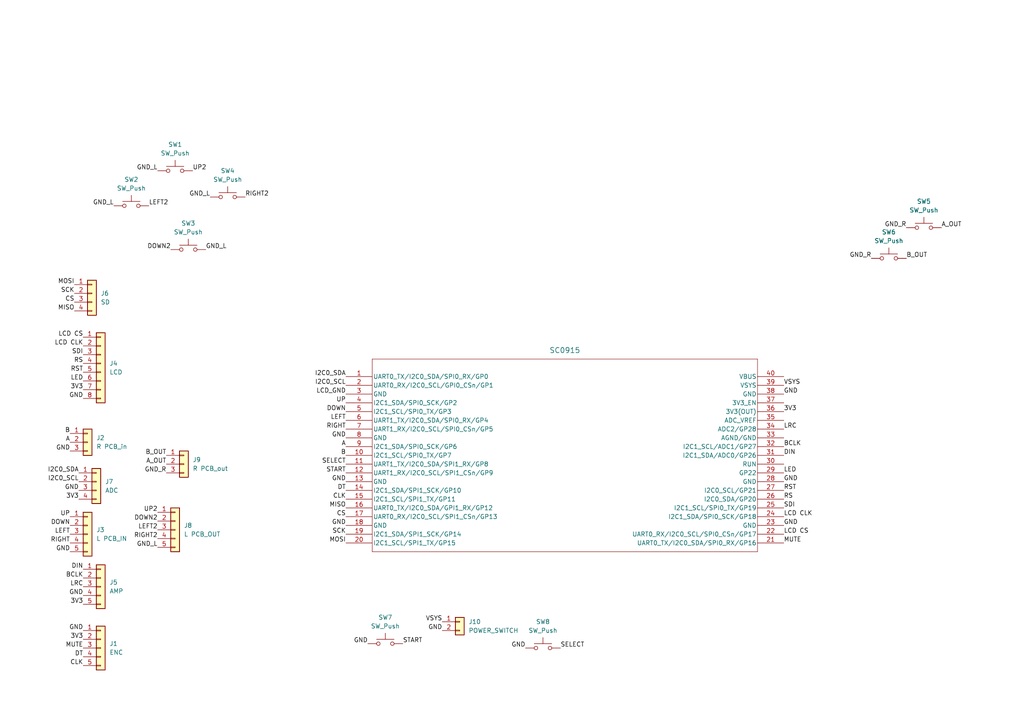
<source format=kicad_sch>
(kicad_sch
	(version 20250114)
	(generator "eeschema")
	(generator_version "9.0")
	(uuid "2ab9a999-8f76-47bd-af46-b5771d6e7960")
	(paper "A4")
	(lib_symbols
		(symbol "Connector_Generic:Conn_01x02"
			(pin_names
				(offset 1.016)
				(hide yes)
			)
			(exclude_from_sim no)
			(in_bom yes)
			(on_board yes)
			(property "Reference" "J"
				(at 0 2.54 0)
				(effects
					(font
						(size 1.27 1.27)
					)
				)
			)
			(property "Value" "Conn_01x02"
				(at 0 -5.08 0)
				(effects
					(font
						(size 1.27 1.27)
					)
				)
			)
			(property "Footprint" ""
				(at 0 0 0)
				(effects
					(font
						(size 1.27 1.27)
					)
					(hide yes)
				)
			)
			(property "Datasheet" "~"
				(at 0 0 0)
				(effects
					(font
						(size 1.27 1.27)
					)
					(hide yes)
				)
			)
			(property "Description" "Generic connector, single row, 01x02, script generated (kicad-library-utils/schlib/autogen/connector/)"
				(at 0 0 0)
				(effects
					(font
						(size 1.27 1.27)
					)
					(hide yes)
				)
			)
			(property "ki_keywords" "connector"
				(at 0 0 0)
				(effects
					(font
						(size 1.27 1.27)
					)
					(hide yes)
				)
			)
			(property "ki_fp_filters" "Connector*:*_1x??_*"
				(at 0 0 0)
				(effects
					(font
						(size 1.27 1.27)
					)
					(hide yes)
				)
			)
			(symbol "Conn_01x02_1_1"
				(rectangle
					(start -1.27 1.27)
					(end 1.27 -3.81)
					(stroke
						(width 0.254)
						(type default)
					)
					(fill
						(type background)
					)
				)
				(rectangle
					(start -1.27 0.127)
					(end 0 -0.127)
					(stroke
						(width 0.1524)
						(type default)
					)
					(fill
						(type none)
					)
				)
				(rectangle
					(start -1.27 -2.413)
					(end 0 -2.667)
					(stroke
						(width 0.1524)
						(type default)
					)
					(fill
						(type none)
					)
				)
				(pin passive line
					(at -5.08 0 0)
					(length 3.81)
					(name "Pin_1"
						(effects
							(font
								(size 1.27 1.27)
							)
						)
					)
					(number "1"
						(effects
							(font
								(size 1.27 1.27)
							)
						)
					)
				)
				(pin passive line
					(at -5.08 -2.54 0)
					(length 3.81)
					(name "Pin_2"
						(effects
							(font
								(size 1.27 1.27)
							)
						)
					)
					(number "2"
						(effects
							(font
								(size 1.27 1.27)
							)
						)
					)
				)
			)
			(embedded_fonts no)
		)
		(symbol "Connector_Generic:Conn_01x03"
			(pin_names
				(offset 1.016)
				(hide yes)
			)
			(exclude_from_sim no)
			(in_bom yes)
			(on_board yes)
			(property "Reference" "J"
				(at 0 5.08 0)
				(effects
					(font
						(size 1.27 1.27)
					)
				)
			)
			(property "Value" "Conn_01x03"
				(at 0 -5.08 0)
				(effects
					(font
						(size 1.27 1.27)
					)
				)
			)
			(property "Footprint" ""
				(at 0 0 0)
				(effects
					(font
						(size 1.27 1.27)
					)
					(hide yes)
				)
			)
			(property "Datasheet" "~"
				(at 0 0 0)
				(effects
					(font
						(size 1.27 1.27)
					)
					(hide yes)
				)
			)
			(property "Description" "Generic connector, single row, 01x03, script generated (kicad-library-utils/schlib/autogen/connector/)"
				(at 0 0 0)
				(effects
					(font
						(size 1.27 1.27)
					)
					(hide yes)
				)
			)
			(property "ki_keywords" "connector"
				(at 0 0 0)
				(effects
					(font
						(size 1.27 1.27)
					)
					(hide yes)
				)
			)
			(property "ki_fp_filters" "Connector*:*_1x??_*"
				(at 0 0 0)
				(effects
					(font
						(size 1.27 1.27)
					)
					(hide yes)
				)
			)
			(symbol "Conn_01x03_1_1"
				(rectangle
					(start -1.27 3.81)
					(end 1.27 -3.81)
					(stroke
						(width 0.254)
						(type default)
					)
					(fill
						(type background)
					)
				)
				(rectangle
					(start -1.27 2.667)
					(end 0 2.413)
					(stroke
						(width 0.1524)
						(type default)
					)
					(fill
						(type none)
					)
				)
				(rectangle
					(start -1.27 0.127)
					(end 0 -0.127)
					(stroke
						(width 0.1524)
						(type default)
					)
					(fill
						(type none)
					)
				)
				(rectangle
					(start -1.27 -2.413)
					(end 0 -2.667)
					(stroke
						(width 0.1524)
						(type default)
					)
					(fill
						(type none)
					)
				)
				(pin passive line
					(at -5.08 2.54 0)
					(length 3.81)
					(name "Pin_1"
						(effects
							(font
								(size 1.27 1.27)
							)
						)
					)
					(number "1"
						(effects
							(font
								(size 1.27 1.27)
							)
						)
					)
				)
				(pin passive line
					(at -5.08 0 0)
					(length 3.81)
					(name "Pin_2"
						(effects
							(font
								(size 1.27 1.27)
							)
						)
					)
					(number "2"
						(effects
							(font
								(size 1.27 1.27)
							)
						)
					)
				)
				(pin passive line
					(at -5.08 -2.54 0)
					(length 3.81)
					(name "Pin_3"
						(effects
							(font
								(size 1.27 1.27)
							)
						)
					)
					(number "3"
						(effects
							(font
								(size 1.27 1.27)
							)
						)
					)
				)
			)
			(embedded_fonts no)
		)
		(symbol "Connector_Generic:Conn_01x04"
			(pin_names
				(offset 1.016)
				(hide yes)
			)
			(exclude_from_sim no)
			(in_bom yes)
			(on_board yes)
			(property "Reference" "J"
				(at 0 5.08 0)
				(effects
					(font
						(size 1.27 1.27)
					)
				)
			)
			(property "Value" "Conn_01x04"
				(at 0 -7.62 0)
				(effects
					(font
						(size 1.27 1.27)
					)
				)
			)
			(property "Footprint" ""
				(at 0 0 0)
				(effects
					(font
						(size 1.27 1.27)
					)
					(hide yes)
				)
			)
			(property "Datasheet" "~"
				(at 0 0 0)
				(effects
					(font
						(size 1.27 1.27)
					)
					(hide yes)
				)
			)
			(property "Description" "Generic connector, single row, 01x04, script generated (kicad-library-utils/schlib/autogen/connector/)"
				(at 0 0 0)
				(effects
					(font
						(size 1.27 1.27)
					)
					(hide yes)
				)
			)
			(property "ki_keywords" "connector"
				(at 0 0 0)
				(effects
					(font
						(size 1.27 1.27)
					)
					(hide yes)
				)
			)
			(property "ki_fp_filters" "Connector*:*_1x??_*"
				(at 0 0 0)
				(effects
					(font
						(size 1.27 1.27)
					)
					(hide yes)
				)
			)
			(symbol "Conn_01x04_1_1"
				(rectangle
					(start -1.27 3.81)
					(end 1.27 -6.35)
					(stroke
						(width 0.254)
						(type default)
					)
					(fill
						(type background)
					)
				)
				(rectangle
					(start -1.27 2.667)
					(end 0 2.413)
					(stroke
						(width 0.1524)
						(type default)
					)
					(fill
						(type none)
					)
				)
				(rectangle
					(start -1.27 0.127)
					(end 0 -0.127)
					(stroke
						(width 0.1524)
						(type default)
					)
					(fill
						(type none)
					)
				)
				(rectangle
					(start -1.27 -2.413)
					(end 0 -2.667)
					(stroke
						(width 0.1524)
						(type default)
					)
					(fill
						(type none)
					)
				)
				(rectangle
					(start -1.27 -4.953)
					(end 0 -5.207)
					(stroke
						(width 0.1524)
						(type default)
					)
					(fill
						(type none)
					)
				)
				(pin passive line
					(at -5.08 2.54 0)
					(length 3.81)
					(name "Pin_1"
						(effects
							(font
								(size 1.27 1.27)
							)
						)
					)
					(number "1"
						(effects
							(font
								(size 1.27 1.27)
							)
						)
					)
				)
				(pin passive line
					(at -5.08 0 0)
					(length 3.81)
					(name "Pin_2"
						(effects
							(font
								(size 1.27 1.27)
							)
						)
					)
					(number "2"
						(effects
							(font
								(size 1.27 1.27)
							)
						)
					)
				)
				(pin passive line
					(at -5.08 -2.54 0)
					(length 3.81)
					(name "Pin_3"
						(effects
							(font
								(size 1.27 1.27)
							)
						)
					)
					(number "3"
						(effects
							(font
								(size 1.27 1.27)
							)
						)
					)
				)
				(pin passive line
					(at -5.08 -5.08 0)
					(length 3.81)
					(name "Pin_4"
						(effects
							(font
								(size 1.27 1.27)
							)
						)
					)
					(number "4"
						(effects
							(font
								(size 1.27 1.27)
							)
						)
					)
				)
			)
			(embedded_fonts no)
		)
		(symbol "Connector_Generic:Conn_01x05"
			(pin_names
				(offset 1.016)
				(hide yes)
			)
			(exclude_from_sim no)
			(in_bom yes)
			(on_board yes)
			(property "Reference" "J"
				(at 0 7.62 0)
				(effects
					(font
						(size 1.27 1.27)
					)
				)
			)
			(property "Value" "Conn_01x05"
				(at 0 -7.62 0)
				(effects
					(font
						(size 1.27 1.27)
					)
				)
			)
			(property "Footprint" ""
				(at 0 0 0)
				(effects
					(font
						(size 1.27 1.27)
					)
					(hide yes)
				)
			)
			(property "Datasheet" "~"
				(at 0 0 0)
				(effects
					(font
						(size 1.27 1.27)
					)
					(hide yes)
				)
			)
			(property "Description" "Generic connector, single row, 01x05, script generated (kicad-library-utils/schlib/autogen/connector/)"
				(at 0 0 0)
				(effects
					(font
						(size 1.27 1.27)
					)
					(hide yes)
				)
			)
			(property "ki_keywords" "connector"
				(at 0 0 0)
				(effects
					(font
						(size 1.27 1.27)
					)
					(hide yes)
				)
			)
			(property "ki_fp_filters" "Connector*:*_1x??_*"
				(at 0 0 0)
				(effects
					(font
						(size 1.27 1.27)
					)
					(hide yes)
				)
			)
			(symbol "Conn_01x05_1_1"
				(rectangle
					(start -1.27 6.35)
					(end 1.27 -6.35)
					(stroke
						(width 0.254)
						(type default)
					)
					(fill
						(type background)
					)
				)
				(rectangle
					(start -1.27 5.207)
					(end 0 4.953)
					(stroke
						(width 0.1524)
						(type default)
					)
					(fill
						(type none)
					)
				)
				(rectangle
					(start -1.27 2.667)
					(end 0 2.413)
					(stroke
						(width 0.1524)
						(type default)
					)
					(fill
						(type none)
					)
				)
				(rectangle
					(start -1.27 0.127)
					(end 0 -0.127)
					(stroke
						(width 0.1524)
						(type default)
					)
					(fill
						(type none)
					)
				)
				(rectangle
					(start -1.27 -2.413)
					(end 0 -2.667)
					(stroke
						(width 0.1524)
						(type default)
					)
					(fill
						(type none)
					)
				)
				(rectangle
					(start -1.27 -4.953)
					(end 0 -5.207)
					(stroke
						(width 0.1524)
						(type default)
					)
					(fill
						(type none)
					)
				)
				(pin passive line
					(at -5.08 5.08 0)
					(length 3.81)
					(name "Pin_1"
						(effects
							(font
								(size 1.27 1.27)
							)
						)
					)
					(number "1"
						(effects
							(font
								(size 1.27 1.27)
							)
						)
					)
				)
				(pin passive line
					(at -5.08 2.54 0)
					(length 3.81)
					(name "Pin_2"
						(effects
							(font
								(size 1.27 1.27)
							)
						)
					)
					(number "2"
						(effects
							(font
								(size 1.27 1.27)
							)
						)
					)
				)
				(pin passive line
					(at -5.08 0 0)
					(length 3.81)
					(name "Pin_3"
						(effects
							(font
								(size 1.27 1.27)
							)
						)
					)
					(number "3"
						(effects
							(font
								(size 1.27 1.27)
							)
						)
					)
				)
				(pin passive line
					(at -5.08 -2.54 0)
					(length 3.81)
					(name "Pin_4"
						(effects
							(font
								(size 1.27 1.27)
							)
						)
					)
					(number "4"
						(effects
							(font
								(size 1.27 1.27)
							)
						)
					)
				)
				(pin passive line
					(at -5.08 -5.08 0)
					(length 3.81)
					(name "Pin_5"
						(effects
							(font
								(size 1.27 1.27)
							)
						)
					)
					(number "5"
						(effects
							(font
								(size 1.27 1.27)
							)
						)
					)
				)
			)
			(embedded_fonts no)
		)
		(symbol "Connector_Generic:Conn_01x08"
			(pin_names
				(offset 1.016)
				(hide yes)
			)
			(exclude_from_sim no)
			(in_bom yes)
			(on_board yes)
			(property "Reference" "J"
				(at 0 10.16 0)
				(effects
					(font
						(size 1.27 1.27)
					)
				)
			)
			(property "Value" "Conn_01x08"
				(at 0 -12.7 0)
				(effects
					(font
						(size 1.27 1.27)
					)
				)
			)
			(property "Footprint" ""
				(at 0 0 0)
				(effects
					(font
						(size 1.27 1.27)
					)
					(hide yes)
				)
			)
			(property "Datasheet" "~"
				(at 0 0 0)
				(effects
					(font
						(size 1.27 1.27)
					)
					(hide yes)
				)
			)
			(property "Description" "Generic connector, single row, 01x08, script generated (kicad-library-utils/schlib/autogen/connector/)"
				(at 0 0 0)
				(effects
					(font
						(size 1.27 1.27)
					)
					(hide yes)
				)
			)
			(property "ki_keywords" "connector"
				(at 0 0 0)
				(effects
					(font
						(size 1.27 1.27)
					)
					(hide yes)
				)
			)
			(property "ki_fp_filters" "Connector*:*_1x??_*"
				(at 0 0 0)
				(effects
					(font
						(size 1.27 1.27)
					)
					(hide yes)
				)
			)
			(symbol "Conn_01x08_1_1"
				(rectangle
					(start -1.27 8.89)
					(end 1.27 -11.43)
					(stroke
						(width 0.254)
						(type default)
					)
					(fill
						(type background)
					)
				)
				(rectangle
					(start -1.27 7.747)
					(end 0 7.493)
					(stroke
						(width 0.1524)
						(type default)
					)
					(fill
						(type none)
					)
				)
				(rectangle
					(start -1.27 5.207)
					(end 0 4.953)
					(stroke
						(width 0.1524)
						(type default)
					)
					(fill
						(type none)
					)
				)
				(rectangle
					(start -1.27 2.667)
					(end 0 2.413)
					(stroke
						(width 0.1524)
						(type default)
					)
					(fill
						(type none)
					)
				)
				(rectangle
					(start -1.27 0.127)
					(end 0 -0.127)
					(stroke
						(width 0.1524)
						(type default)
					)
					(fill
						(type none)
					)
				)
				(rectangle
					(start -1.27 -2.413)
					(end 0 -2.667)
					(stroke
						(width 0.1524)
						(type default)
					)
					(fill
						(type none)
					)
				)
				(rectangle
					(start -1.27 -4.953)
					(end 0 -5.207)
					(stroke
						(width 0.1524)
						(type default)
					)
					(fill
						(type none)
					)
				)
				(rectangle
					(start -1.27 -7.493)
					(end 0 -7.747)
					(stroke
						(width 0.1524)
						(type default)
					)
					(fill
						(type none)
					)
				)
				(rectangle
					(start -1.27 -10.033)
					(end 0 -10.287)
					(stroke
						(width 0.1524)
						(type default)
					)
					(fill
						(type none)
					)
				)
				(pin passive line
					(at -5.08 7.62 0)
					(length 3.81)
					(name "Pin_1"
						(effects
							(font
								(size 1.27 1.27)
							)
						)
					)
					(number "1"
						(effects
							(font
								(size 1.27 1.27)
							)
						)
					)
				)
				(pin passive line
					(at -5.08 5.08 0)
					(length 3.81)
					(name "Pin_2"
						(effects
							(font
								(size 1.27 1.27)
							)
						)
					)
					(number "2"
						(effects
							(font
								(size 1.27 1.27)
							)
						)
					)
				)
				(pin passive line
					(at -5.08 2.54 0)
					(length 3.81)
					(name "Pin_3"
						(effects
							(font
								(size 1.27 1.27)
							)
						)
					)
					(number "3"
						(effects
							(font
								(size 1.27 1.27)
							)
						)
					)
				)
				(pin passive line
					(at -5.08 0 0)
					(length 3.81)
					(name "Pin_4"
						(effects
							(font
								(size 1.27 1.27)
							)
						)
					)
					(number "4"
						(effects
							(font
								(size 1.27 1.27)
							)
						)
					)
				)
				(pin passive line
					(at -5.08 -2.54 0)
					(length 3.81)
					(name "Pin_5"
						(effects
							(font
								(size 1.27 1.27)
							)
						)
					)
					(number "5"
						(effects
							(font
								(size 1.27 1.27)
							)
						)
					)
				)
				(pin passive line
					(at -5.08 -5.08 0)
					(length 3.81)
					(name "Pin_6"
						(effects
							(font
								(size 1.27 1.27)
							)
						)
					)
					(number "6"
						(effects
							(font
								(size 1.27 1.27)
							)
						)
					)
				)
				(pin passive line
					(at -5.08 -7.62 0)
					(length 3.81)
					(name "Pin_7"
						(effects
							(font
								(size 1.27 1.27)
							)
						)
					)
					(number "7"
						(effects
							(font
								(size 1.27 1.27)
							)
						)
					)
				)
				(pin passive line
					(at -5.08 -10.16 0)
					(length 3.81)
					(name "Pin_8"
						(effects
							(font
								(size 1.27 1.27)
							)
						)
					)
					(number "8"
						(effects
							(font
								(size 1.27 1.27)
							)
						)
					)
				)
			)
			(embedded_fonts no)
		)
		(symbol "New_Library:Pico_THT"
			(pin_names
				(offset 0.254)
			)
			(exclude_from_sim no)
			(in_bom yes)
			(on_board yes)
			(property "Reference" "U"
				(at 63.5 10.16 0)
				(effects
					(font
						(size 1.524 1.524)
					)
				)
			)
			(property "Value" "SC0915"
				(at 63.5 7.62 0)
				(effects
					(font
						(size 1.524 1.524)
					)
				)
			)
			(property "Footprint" "SC0915_RPI"
				(at 0 0 0)
				(effects
					(font
						(size 1.27 1.27)
						(italic yes)
					)
					(hide yes)
				)
			)
			(property "Datasheet" "SC0915"
				(at 0 0 0)
				(effects
					(font
						(size 1.27 1.27)
						(italic yes)
					)
					(hide yes)
				)
			)
			(property "Description" ""
				(at 0 0 0)
				(effects
					(font
						(size 1.27 1.27)
					)
					(hide yes)
				)
			)
			(property "ki_locked" ""
				(at 0 0 0)
				(effects
					(font
						(size 1.27 1.27)
					)
				)
			)
			(property "ki_keywords" "SC0915"
				(at 0 0 0)
				(effects
					(font
						(size 1.27 1.27)
					)
					(hide yes)
				)
			)
			(property "ki_fp_filters" "SC0915_RPI"
				(at 0 0 0)
				(effects
					(font
						(size 1.27 1.27)
					)
					(hide yes)
				)
			)
			(symbol "Pico_THT_0_1"
				(polyline
					(pts
						(xy 7.62 5.08) (xy 7.62 -50.8)
					)
					(stroke
						(width 0.127)
						(type default)
					)
					(fill
						(type none)
					)
				)
				(polyline
					(pts
						(xy 7.62 -50.8) (xy 119.38 -50.8)
					)
					(stroke
						(width 0.127)
						(type default)
					)
					(fill
						(type none)
					)
				)
				(polyline
					(pts
						(xy 119.38 5.08) (xy 7.62 5.08)
					)
					(stroke
						(width 0.127)
						(type default)
					)
					(fill
						(type none)
					)
				)
				(polyline
					(pts
						(xy 119.38 5.08) (xy 119.38 -50.8)
					)
					(stroke
						(width 0.127)
						(type default)
					)
					(fill
						(type none)
					)
				)
				(pin bidirectional line
					(at 0 0 0)
					(length 7.62)
					(name "UART0_TX/I2C0_SDA/SPI0_RX/GP0"
						(effects
							(font
								(size 1.27 1.27)
							)
						)
					)
					(number "1"
						(effects
							(font
								(size 1.27 1.27)
							)
						)
					)
				)
				(pin bidirectional line
					(at 0 -2.54 0)
					(length 7.62)
					(name "UART0_RX/I2C0_SCL/GPI0_CSn/GP1"
						(effects
							(font
								(size 1.27 1.27)
							)
						)
					)
					(number "2"
						(effects
							(font
								(size 1.27 1.27)
							)
						)
					)
				)
				(pin power_out line
					(at 0 -5.08 0)
					(length 7.62)
					(name "GND"
						(effects
							(font
								(size 1.27 1.27)
							)
						)
					)
					(number "3"
						(effects
							(font
								(size 1.27 1.27)
							)
						)
					)
				)
				(pin bidirectional line
					(at 0 -7.62 0)
					(length 7.62)
					(name "I2C1_SDA/SPI0_SCK/GP2"
						(effects
							(font
								(size 1.27 1.27)
							)
						)
					)
					(number "4"
						(effects
							(font
								(size 1.27 1.27)
							)
						)
					)
				)
				(pin bidirectional line
					(at 0 -10.16 0)
					(length 7.62)
					(name "I2C1_SCL/SPI0_TX/GP3"
						(effects
							(font
								(size 1.27 1.27)
							)
						)
					)
					(number "5"
						(effects
							(font
								(size 1.27 1.27)
							)
						)
					)
				)
				(pin bidirectional line
					(at 0 -12.7 0)
					(length 7.62)
					(name "UART1_TX/I2C0_SDA/SPI0_RX/GP4"
						(effects
							(font
								(size 1.27 1.27)
							)
						)
					)
					(number "6"
						(effects
							(font
								(size 1.27 1.27)
							)
						)
					)
				)
				(pin bidirectional line
					(at 0 -15.24 0)
					(length 7.62)
					(name "UART1_RX/I2C0_SCL/SPI0_CSn/GP5"
						(effects
							(font
								(size 1.27 1.27)
							)
						)
					)
					(number "7"
						(effects
							(font
								(size 1.27 1.27)
							)
						)
					)
				)
				(pin power_out line
					(at 0 -17.78 0)
					(length 7.62)
					(name "GND"
						(effects
							(font
								(size 1.27 1.27)
							)
						)
					)
					(number "8"
						(effects
							(font
								(size 1.27 1.27)
							)
						)
					)
				)
				(pin bidirectional line
					(at 0 -20.32 0)
					(length 7.62)
					(name "I2C1_SDA/SPI0_SCK/GP6"
						(effects
							(font
								(size 1.27 1.27)
							)
						)
					)
					(number "9"
						(effects
							(font
								(size 1.27 1.27)
							)
						)
					)
				)
				(pin bidirectional line
					(at 0 -22.86 0)
					(length 7.62)
					(name "I2C1_SCL/SPI0_TX/GP7"
						(effects
							(font
								(size 1.27 1.27)
							)
						)
					)
					(number "10"
						(effects
							(font
								(size 1.27 1.27)
							)
						)
					)
				)
				(pin bidirectional line
					(at 0 -25.4 0)
					(length 7.62)
					(name "UART1_TX/I2C0_SDA/SPI1_RX/GP8"
						(effects
							(font
								(size 1.27 1.27)
							)
						)
					)
					(number "11"
						(effects
							(font
								(size 1.27 1.27)
							)
						)
					)
				)
				(pin bidirectional line
					(at 0 -27.94 0)
					(length 7.62)
					(name "UART1_RX/I2C0_SCL/SPI1_CSn/GP9"
						(effects
							(font
								(size 1.27 1.27)
							)
						)
					)
					(number "12"
						(effects
							(font
								(size 1.27 1.27)
							)
						)
					)
				)
				(pin power_out line
					(at 0 -30.48 0)
					(length 7.62)
					(name "GND"
						(effects
							(font
								(size 1.27 1.27)
							)
						)
					)
					(number "13"
						(effects
							(font
								(size 1.27 1.27)
							)
						)
					)
				)
				(pin bidirectional line
					(at 0 -33.02 0)
					(length 7.62)
					(name "I2C1_SDA/SPI1_SCK/GP10"
						(effects
							(font
								(size 1.27 1.27)
							)
						)
					)
					(number "14"
						(effects
							(font
								(size 1.27 1.27)
							)
						)
					)
				)
				(pin bidirectional line
					(at 0 -35.56 0)
					(length 7.62)
					(name "I2C1_SCL/SPI1_TX/GP11"
						(effects
							(font
								(size 1.27 1.27)
							)
						)
					)
					(number "15"
						(effects
							(font
								(size 1.27 1.27)
							)
						)
					)
				)
				(pin bidirectional line
					(at 0 -38.1 0)
					(length 7.62)
					(name "UART0_TX/I2C0_SDA/GPI1_RX/GP12"
						(effects
							(font
								(size 1.27 1.27)
							)
						)
					)
					(number "16"
						(effects
							(font
								(size 1.27 1.27)
							)
						)
					)
				)
				(pin bidirectional line
					(at 0 -40.64 0)
					(length 7.62)
					(name "UART0_RX/I2C0_SCL/SPI1_CSn/GP13"
						(effects
							(font
								(size 1.27 1.27)
							)
						)
					)
					(number "17"
						(effects
							(font
								(size 1.27 1.27)
							)
						)
					)
				)
				(pin power_out line
					(at 0 -43.18 0)
					(length 7.62)
					(name "GND"
						(effects
							(font
								(size 1.27 1.27)
							)
						)
					)
					(number "18"
						(effects
							(font
								(size 1.27 1.27)
							)
						)
					)
				)
				(pin bidirectional line
					(at 0 -45.72 0)
					(length 7.62)
					(name "I2C1_SDA/SPI1_SCK/GP14"
						(effects
							(font
								(size 1.27 1.27)
							)
						)
					)
					(number "19"
						(effects
							(font
								(size 1.27 1.27)
							)
						)
					)
				)
				(pin bidirectional line
					(at 0 -48.26 0)
					(length 7.62)
					(name "I2C1_SCL/SPI1_TX/GP15"
						(effects
							(font
								(size 1.27 1.27)
							)
						)
					)
					(number "20"
						(effects
							(font
								(size 1.27 1.27)
							)
						)
					)
				)
				(pin power_in line
					(at 127 0 180)
					(length 7.62)
					(name "VBUS"
						(effects
							(font
								(size 1.27 1.27)
							)
						)
					)
					(number "40"
						(effects
							(font
								(size 1.27 1.27)
							)
						)
					)
				)
				(pin power_in line
					(at 127 -2.54 180)
					(length 7.62)
					(name "VSYS"
						(effects
							(font
								(size 1.27 1.27)
							)
						)
					)
					(number "39"
						(effects
							(font
								(size 1.27 1.27)
							)
						)
					)
				)
				(pin power_out line
					(at 127 -5.08 180)
					(length 7.62)
					(name "GND"
						(effects
							(font
								(size 1.27 1.27)
							)
						)
					)
					(number "38"
						(effects
							(font
								(size 1.27 1.27)
							)
						)
					)
				)
				(pin power_in line
					(at 127 -7.62 180)
					(length 7.62)
					(name "3V3_EN"
						(effects
							(font
								(size 1.27 1.27)
							)
						)
					)
					(number "37"
						(effects
							(font
								(size 1.27 1.27)
							)
						)
					)
				)
				(pin output line
					(at 127 -10.16 180)
					(length 7.62)
					(name "3V3(OUT)"
						(effects
							(font
								(size 1.27 1.27)
							)
						)
					)
					(number "36"
						(effects
							(font
								(size 1.27 1.27)
							)
						)
					)
				)
				(pin power_in line
					(at 127 -12.7 180)
					(length 7.62)
					(name "ADC_VREF"
						(effects
							(font
								(size 1.27 1.27)
							)
						)
					)
					(number "35"
						(effects
							(font
								(size 1.27 1.27)
							)
						)
					)
				)
				(pin bidirectional line
					(at 127 -15.24 180)
					(length 7.62)
					(name "ADC2/GP28"
						(effects
							(font
								(size 1.27 1.27)
							)
						)
					)
					(number "34"
						(effects
							(font
								(size 1.27 1.27)
							)
						)
					)
				)
				(pin power_out line
					(at 127 -17.78 180)
					(length 7.62)
					(name "AGND/GND"
						(effects
							(font
								(size 1.27 1.27)
							)
						)
					)
					(number "33"
						(effects
							(font
								(size 1.27 1.27)
							)
						)
					)
				)
				(pin bidirectional line
					(at 127 -20.32 180)
					(length 7.62)
					(name "I2C1_SCL/ADC1/GP27"
						(effects
							(font
								(size 1.27 1.27)
							)
						)
					)
					(number "32"
						(effects
							(font
								(size 1.27 1.27)
							)
						)
					)
				)
				(pin bidirectional line
					(at 127 -22.86 180)
					(length 7.62)
					(name "I2C1_SDA/ADC0/GP26"
						(effects
							(font
								(size 1.27 1.27)
							)
						)
					)
					(number "31"
						(effects
							(font
								(size 1.27 1.27)
							)
						)
					)
				)
				(pin unspecified line
					(at 127 -25.4 180)
					(length 7.62)
					(name "RUN"
						(effects
							(font
								(size 1.27 1.27)
							)
						)
					)
					(number "30"
						(effects
							(font
								(size 1.27 1.27)
							)
						)
					)
				)
				(pin bidirectional line
					(at 127 -27.94 180)
					(length 7.62)
					(name "GP22"
						(effects
							(font
								(size 1.27 1.27)
							)
						)
					)
					(number "29"
						(effects
							(font
								(size 1.27 1.27)
							)
						)
					)
				)
				(pin power_out line
					(at 127 -30.48 180)
					(length 7.62)
					(name "GND"
						(effects
							(font
								(size 1.27 1.27)
							)
						)
					)
					(number "28"
						(effects
							(font
								(size 1.27 1.27)
							)
						)
					)
				)
				(pin bidirectional line
					(at 127 -33.02 180)
					(length 7.62)
					(name "I2C0_SCL/GP21"
						(effects
							(font
								(size 1.27 1.27)
							)
						)
					)
					(number "27"
						(effects
							(font
								(size 1.27 1.27)
							)
						)
					)
				)
				(pin bidirectional line
					(at 127 -35.56 180)
					(length 7.62)
					(name "I2C0_SDA/GP20"
						(effects
							(font
								(size 1.27 1.27)
							)
						)
					)
					(number "26"
						(effects
							(font
								(size 1.27 1.27)
							)
						)
					)
				)
				(pin bidirectional line
					(at 127 -38.1 180)
					(length 7.62)
					(name "I2C1_SCL/SPI0_TX/GP19"
						(effects
							(font
								(size 1.27 1.27)
							)
						)
					)
					(number "25"
						(effects
							(font
								(size 1.27 1.27)
							)
						)
					)
				)
				(pin bidirectional line
					(at 127 -40.64 180)
					(length 7.62)
					(name "I2C1_SDA/SPI0_SCK/GP18"
						(effects
							(font
								(size 1.27 1.27)
							)
						)
					)
					(number "24"
						(effects
							(font
								(size 1.27 1.27)
							)
						)
					)
				)
				(pin power_out line
					(at 127 -43.18 180)
					(length 7.62)
					(name "GND"
						(effects
							(font
								(size 1.27 1.27)
							)
						)
					)
					(number "23"
						(effects
							(font
								(size 1.27 1.27)
							)
						)
					)
				)
				(pin bidirectional line
					(at 127 -45.72 180)
					(length 7.62)
					(name "UART0_RX/I2C0_SCL/SPI0_CSn/GP17"
						(effects
							(font
								(size 1.27 1.27)
							)
						)
					)
					(number "22"
						(effects
							(font
								(size 1.27 1.27)
							)
						)
					)
				)
				(pin bidirectional line
					(at 127 -48.26 180)
					(length 7.62)
					(name "UART0_TX/I2C0_SDA/SPI0_RX/GP16"
						(effects
							(font
								(size 1.27 1.27)
							)
						)
					)
					(number "21"
						(effects
							(font
								(size 1.27 1.27)
							)
						)
					)
				)
			)
			(embedded_fonts no)
		)
		(symbol "Switch:SW_Push"
			(pin_numbers
				(hide yes)
			)
			(pin_names
				(offset 1.016)
				(hide yes)
			)
			(exclude_from_sim no)
			(in_bom yes)
			(on_board yes)
			(property "Reference" "SW"
				(at 1.27 2.54 0)
				(effects
					(font
						(size 1.27 1.27)
					)
					(justify left)
				)
			)
			(property "Value" "SW_Push"
				(at 0 -1.524 0)
				(effects
					(font
						(size 1.27 1.27)
					)
				)
			)
			(property "Footprint" ""
				(at 0 5.08 0)
				(effects
					(font
						(size 1.27 1.27)
					)
					(hide yes)
				)
			)
			(property "Datasheet" "~"
				(at 0 5.08 0)
				(effects
					(font
						(size 1.27 1.27)
					)
					(hide yes)
				)
			)
			(property "Description" "Push button switch, generic, two pins"
				(at 0 0 0)
				(effects
					(font
						(size 1.27 1.27)
					)
					(hide yes)
				)
			)
			(property "ki_keywords" "switch normally-open pushbutton push-button"
				(at 0 0 0)
				(effects
					(font
						(size 1.27 1.27)
					)
					(hide yes)
				)
			)
			(symbol "SW_Push_0_1"
				(circle
					(center -2.032 0)
					(radius 0.508)
					(stroke
						(width 0)
						(type default)
					)
					(fill
						(type none)
					)
				)
				(polyline
					(pts
						(xy 0 1.27) (xy 0 3.048)
					)
					(stroke
						(width 0)
						(type default)
					)
					(fill
						(type none)
					)
				)
				(circle
					(center 2.032 0)
					(radius 0.508)
					(stroke
						(width 0)
						(type default)
					)
					(fill
						(type none)
					)
				)
				(polyline
					(pts
						(xy 2.54 1.27) (xy -2.54 1.27)
					)
					(stroke
						(width 0)
						(type default)
					)
					(fill
						(type none)
					)
				)
				(pin passive line
					(at -5.08 0 0)
					(length 2.54)
					(name "1"
						(effects
							(font
								(size 1.27 1.27)
							)
						)
					)
					(number "1"
						(effects
							(font
								(size 1.27 1.27)
							)
						)
					)
				)
				(pin passive line
					(at 5.08 0 180)
					(length 2.54)
					(name "2"
						(effects
							(font
								(size 1.27 1.27)
							)
						)
					)
					(number "2"
						(effects
							(font
								(size 1.27 1.27)
							)
						)
					)
				)
			)
			(embedded_fonts no)
		)
	)
	(label "MUTE"
		(at 227.33 157.48 0)
		(effects
			(font
				(size 1.27 1.27)
			)
			(justify left bottom)
		)
		(uuid "00f1809c-ca3e-430e-b2c1-691b00f09040")
	)
	(label "UP"
		(at 100.33 116.84 180)
		(effects
			(font
				(size 1.27 1.27)
			)
			(justify right bottom)
		)
		(uuid "04011ac9-8173-46c4-9d33-4024c1a20abd")
	)
	(label "START"
		(at 116.84 186.69 0)
		(effects
			(font
				(size 1.27 1.27)
			)
			(justify left bottom)
		)
		(uuid "05a46e71-a22a-43af-bcce-c718e26ef599")
	)
	(label "UP2"
		(at 45.72 148.59 180)
		(effects
			(font
				(size 1.27 1.27)
			)
			(justify right bottom)
		)
		(uuid "066cec9c-51f9-4921-a148-8dc6088d3850")
	)
	(label "GND"
		(at 24.13 172.72 180)
		(effects
			(font
				(size 1.27 1.27)
			)
			(justify right bottom)
		)
		(uuid "07c944fa-fd57-4d5b-aa02-a0ccf8543310")
	)
	(label "SDI"
		(at 227.33 147.32 0)
		(effects
			(font
				(size 1.27 1.27)
			)
			(justify left bottom)
		)
		(uuid "09c153bf-95ef-4f04-b26c-5f7ad200c934")
	)
	(label "GND_L"
		(at 59.69 72.39 0)
		(effects
			(font
				(size 1.27 1.27)
			)
			(justify left bottom)
		)
		(uuid "0bf6c935-fa7a-4a7d-968f-d9cd5fa98dc6")
	)
	(label "LEFT"
		(at 20.32 154.94 180)
		(effects
			(font
				(size 1.27 1.27)
			)
			(justify right bottom)
		)
		(uuid "15af94de-c090-4904-bec9-7bf0466af8be")
	)
	(label "CLK"
		(at 24.13 193.04 180)
		(effects
			(font
				(size 1.27 1.27)
			)
			(justify right bottom)
		)
		(uuid "1e0e8ab8-f804-4d0f-838b-aee65422322a")
	)
	(label "3V3"
		(at 227.33 119.38 0)
		(effects
			(font
				(size 1.27 1.27)
			)
			(justify left bottom)
		)
		(uuid "21cb0169-fe7a-450d-b0d3-a94da92406c3")
	)
	(label "GND"
		(at 128.27 182.88 180)
		(effects
			(font
				(size 1.27 1.27)
			)
			(justify right bottom)
		)
		(uuid "21d89d2a-0577-42d0-916a-5f65be765dee")
	)
	(label "3V3"
		(at 24.13 113.03 180)
		(effects
			(font
				(size 1.27 1.27)
			)
			(justify right bottom)
		)
		(uuid "278b5e9f-5f17-4eac-94eb-d02f0a6f12c6")
	)
	(label "I2C0_SDA"
		(at 100.33 109.22 180)
		(effects
			(font
				(size 1.27 1.27)
			)
			(justify right bottom)
		)
		(uuid "2bba9e71-0760-42be-baf7-9ec2005a2cda")
	)
	(label "GND"
		(at 227.33 139.7 0)
		(effects
			(font
				(size 1.27 1.27)
			)
			(justify left bottom)
		)
		(uuid "36d8847b-3ae8-47ce-b271-92c80a16e230")
	)
	(label "SDI"
		(at 24.13 102.87 180)
		(effects
			(font
				(size 1.27 1.27)
			)
			(justify right bottom)
		)
		(uuid "3998596e-ab02-47fd-af09-048d8a70d876")
	)
	(label "B"
		(at 100.33 132.08 180)
		(effects
			(font
				(size 1.27 1.27)
			)
			(justify right bottom)
		)
		(uuid "39c840f8-55a1-465d-a4ed-985505916e62")
	)
	(label "RS"
		(at 24.13 105.41 180)
		(effects
			(font
				(size 1.27 1.27)
			)
			(justify right bottom)
		)
		(uuid "417c3a50-6f5c-4a7f-8a2b-b93b980e32e1")
	)
	(label "MISO"
		(at 100.33 147.32 180)
		(effects
			(font
				(size 1.27 1.27)
			)
			(justify right bottom)
		)
		(uuid "41bd23f3-e960-411f-a550-6e50f5e0ed7e")
	)
	(label "3V3"
		(at 22.86 144.78 180)
		(effects
			(font
				(size 1.27 1.27)
			)
			(justify right bottom)
		)
		(uuid "42493fb6-6f5d-4656-9695-75d05885813d")
	)
	(label "CS"
		(at 21.59 87.63 180)
		(effects
			(font
				(size 1.27 1.27)
			)
			(justify right bottom)
		)
		(uuid "44000419-126a-458c-aede-16c1e3593a40")
	)
	(label "LCD CS"
		(at 227.33 154.94 0)
		(effects
			(font
				(size 1.27 1.27)
			)
			(justify left bottom)
		)
		(uuid "46fdf351-3146-4e4a-8b1c-1d36f5b4da4c")
	)
	(label "DOWN2"
		(at 45.72 151.13 180)
		(effects
			(font
				(size 1.27 1.27)
			)
			(justify right bottom)
		)
		(uuid "4a60cb71-98ad-4798-85ba-c9a840029ff8")
	)
	(label "GND_L"
		(at 33.02 59.69 180)
		(effects
			(font
				(size 1.27 1.27)
			)
			(justify right bottom)
		)
		(uuid "4af0dc0c-c604-4757-9eb0-a9e907ad6e62")
	)
	(label "SELECT"
		(at 100.33 134.62 180)
		(effects
			(font
				(size 1.27 1.27)
			)
			(justify right bottom)
		)
		(uuid "5115774f-8392-40f9-84b8-da07c0d7d3ae")
	)
	(label "GND"
		(at 24.13 115.57 180)
		(effects
			(font
				(size 1.27 1.27)
			)
			(justify right bottom)
		)
		(uuid "55c353fa-7747-4bb4-ac30-0ca4349b5303")
	)
	(label "CS"
		(at 100.33 149.86 180)
		(effects
			(font
				(size 1.27 1.27)
			)
			(justify right bottom)
		)
		(uuid "56cdc693-dd5d-4d57-bfca-991aa991fd0a")
	)
	(label "GND"
		(at 227.33 152.4 0)
		(effects
			(font
				(size 1.27 1.27)
			)
			(justify left bottom)
		)
		(uuid "59655b77-adbb-4a9f-b6a4-32f1792050c3")
	)
	(label "GND_L"
		(at 60.96 57.15 180)
		(effects
			(font
				(size 1.27 1.27)
			)
			(justify right bottom)
		)
		(uuid "5bd25dff-81bf-40c5-ab51-7e297ed20ddd")
	)
	(label "DT"
		(at 100.33 142.24 180)
		(effects
			(font
				(size 1.27 1.27)
			)
			(justify right bottom)
		)
		(uuid "5d7e774f-273b-4094-90b6-b264ffdb07b5")
	)
	(label "START"
		(at 100.33 137.16 180)
		(effects
			(font
				(size 1.27 1.27)
			)
			(justify right bottom)
		)
		(uuid "5ed03911-6c3f-423d-9757-11a10920aed1")
	)
	(label "RIGHT2"
		(at 71.12 57.15 0)
		(effects
			(font
				(size 1.27 1.27)
			)
			(justify left bottom)
		)
		(uuid "650a13e1-df1d-40cc-a009-7d5a817f6700")
	)
	(label "RIGHT"
		(at 100.33 124.46 180)
		(effects
			(font
				(size 1.27 1.27)
			)
			(justify right bottom)
		)
		(uuid "67831a6f-312f-4534-9351-1fce53521907")
	)
	(label "DIN"
		(at 227.33 132.08 0)
		(effects
			(font
				(size 1.27 1.27)
			)
			(justify left bottom)
		)
		(uuid "69c68c7b-6122-4aaa-bc5b-3d4af37f79be")
	)
	(label "A"
		(at 20.32 128.27 180)
		(effects
			(font
				(size 1.27 1.27)
			)
			(justify right bottom)
		)
		(uuid "6dc7a6f7-1ea4-4e08-85d5-656f4120d3bb")
	)
	(label "A_OUT"
		(at 273.05 66.04 0)
		(effects
			(font
				(size 1.27 1.27)
			)
			(justify left bottom)
		)
		(uuid "72abb6aa-d4e0-49de-81f1-2f67538bf834")
	)
	(label "I2C0_SCL"
		(at 100.33 111.76 180)
		(effects
			(font
				(size 1.27 1.27)
			)
			(justify right bottom)
		)
		(uuid "75088933-7358-406b-ab4c-712a45c6bec1")
	)
	(label "DT"
		(at 24.13 190.5 180)
		(effects
			(font
				(size 1.27 1.27)
			)
			(justify right bottom)
		)
		(uuid "790504a5-2853-425b-89ce-7f9abbe45363")
	)
	(label "GND"
		(at 152.4 187.96 180)
		(effects
			(font
				(size 1.27 1.27)
			)
			(justify right bottom)
		)
		(uuid "7aed2e61-091a-41a2-882c-c67d67c58ca7")
	)
	(label "SCK"
		(at 100.33 154.94 180)
		(effects
			(font
				(size 1.27 1.27)
			)
			(justify right bottom)
		)
		(uuid "7ce28564-0494-4fdf-aa96-f356f2a409e4")
	)
	(label "LRC"
		(at 227.33 124.46 0)
		(effects
			(font
				(size 1.27 1.27)
			)
			(justify left bottom)
		)
		(uuid "7e891adb-5421-4238-830f-66cc4a3185d4")
	)
	(label "UP"
		(at 20.32 149.86 180)
		(effects
			(font
				(size 1.27 1.27)
			)
			(justify right bottom)
		)
		(uuid "80d43e1e-e611-42e2-990b-381af022c5d4")
	)
	(label "DOWN2"
		(at 49.53 72.39 180)
		(effects
			(font
				(size 1.27 1.27)
			)
			(justify right bottom)
		)
		(uuid "8384566c-8d78-49c0-bfce-c3621abfe173")
	)
	(label "SELECT"
		(at 162.56 187.96 0)
		(effects
			(font
				(size 1.27 1.27)
			)
			(justify left bottom)
		)
		(uuid "844b0dea-1195-4681-928f-57aca9a45d7c")
	)
	(label "A_OUT"
		(at 48.26 134.62 180)
		(effects
			(font
				(size 1.27 1.27)
			)
			(justify right bottom)
		)
		(uuid "884636e5-800e-495f-8ef8-ea1fe9e17043")
	)
	(label "GND_R"
		(at 252.73 74.93 180)
		(effects
			(font
				(size 1.27 1.27)
			)
			(justify right bottom)
		)
		(uuid "885f9c45-d310-4159-a8ae-227ad97abfa3")
	)
	(label "LCD CLK"
		(at 227.33 149.86 0)
		(effects
			(font
				(size 1.27 1.27)
			)
			(justify left bottom)
		)
		(uuid "891ca3d5-ebc1-4176-b9e7-841724991d6c")
	)
	(label "GND_L"
		(at 45.72 49.53 180)
		(effects
			(font
				(size 1.27 1.27)
			)
			(justify right bottom)
		)
		(uuid "8988e34a-5a89-4497-8e5f-b1ece9eefa4c")
	)
	(label "LEFT2"
		(at 43.18 59.69 0)
		(effects
			(font
				(size 1.27 1.27)
			)
			(justify left bottom)
		)
		(uuid "8ae53920-2670-43cc-8582-5c8953736df5")
	)
	(label "BCLK"
		(at 24.13 167.64 180)
		(effects
			(font
				(size 1.27 1.27)
			)
			(justify right bottom)
		)
		(uuid "8f7f6fed-4224-4430-9c9e-95c6a2b22910")
	)
	(label "CLK"
		(at 100.33 144.78 180)
		(effects
			(font
				(size 1.27 1.27)
			)
			(justify right bottom)
		)
		(uuid "980b1d29-e6d4-4eab-ba58-3bd7b22aca78")
	)
	(label "GND"
		(at 100.33 127 180)
		(effects
			(font
				(size 1.27 1.27)
			)
			(justify right bottom)
		)
		(uuid "9b68df75-1476-428a-9b5d-fe446c1feb07")
	)
	(label "I2C0_SCL"
		(at 22.86 139.7 180)
		(effects
			(font
				(size 1.27 1.27)
			)
			(justify right bottom)
		)
		(uuid "9bf529f0-dfed-4918-a691-50242319202b")
	)
	(label "DIN"
		(at 24.13 165.1 180)
		(effects
			(font
				(size 1.27 1.27)
			)
			(justify right bottom)
		)
		(uuid "9fa89572-3119-4918-b310-bd62fa52e780")
	)
	(label "LCD CLK"
		(at 24.13 100.33 180)
		(effects
			(font
				(size 1.27 1.27)
			)
			(justify right bottom)
		)
		(uuid "a293f5b4-0144-4187-b0eb-65b2bce6245e")
	)
	(label "GND_R"
		(at 48.26 137.16 180)
		(effects
			(font
				(size 1.27 1.27)
			)
			(justify right bottom)
		)
		(uuid "a33f13bf-931f-44f2-bfcd-7447d9cfe8fc")
	)
	(label "RST"
		(at 24.13 107.95 180)
		(effects
			(font
				(size 1.27 1.27)
			)
			(justify right bottom)
		)
		(uuid "a3b7a56c-9b8e-4101-9fb7-6990a8b41a92")
	)
	(label "LCD_GND"
		(at 100.33 114.3 180)
		(effects
			(font
				(size 1.27 1.27)
			)
			(justify right bottom)
		)
		(uuid "a568fb84-2832-41a9-9644-743698f6bfe9")
	)
	(label "A"
		(at 100.33 129.54 180)
		(effects
			(font
				(size 1.27 1.27)
			)
			(justify right bottom)
		)
		(uuid "a5bab6d6-054f-4436-b05c-aa312776e282")
	)
	(label "RIGHT2"
		(at 45.72 156.21 180)
		(effects
			(font
				(size 1.27 1.27)
			)
			(justify right bottom)
		)
		(uuid "a5fca813-7ffc-48d9-acb6-c1d76a726759")
	)
	(label "MISO"
		(at 21.59 90.17 180)
		(effects
			(font
				(size 1.27 1.27)
			)
			(justify right bottom)
		)
		(uuid "a6a1f3e0-5c37-4193-964b-c08aa1ca7df8")
	)
	(label "GND"
		(at 227.33 114.3 0)
		(effects
			(font
				(size 1.27 1.27)
			)
			(justify left bottom)
		)
		(uuid "a6d23646-801c-4b9b-86e3-1c57d2349d0c")
	)
	(label "3V3"
		(at 24.13 175.26 180)
		(effects
			(font
				(size 1.27 1.27)
			)
			(justify right bottom)
		)
		(uuid "a731b8fe-b17e-46a1-9f1c-8852ff5695e5")
	)
	(label "B_OUT"
		(at 262.89 74.93 0)
		(effects
			(font
				(size 1.27 1.27)
			)
			(justify left bottom)
		)
		(uuid "a86fa2df-be2e-4074-8566-2304283e1e0a")
	)
	(label "B"
		(at 20.32 125.73 180)
		(effects
			(font
				(size 1.27 1.27)
			)
			(justify right bottom)
		)
		(uuid "af3dcb4f-6787-4958-a7a3-2e4eabe27ca8")
	)
	(label "UP2"
		(at 55.88 49.53 0)
		(effects
			(font
				(size 1.27 1.27)
			)
			(justify left bottom)
		)
		(uuid "b0849801-68f6-4c24-bd23-c91979dedf84")
	)
	(label "3V3"
		(at 24.13 185.42 180)
		(effects
			(font
				(size 1.27 1.27)
			)
			(justify right bottom)
		)
		(uuid "b2b9d239-c291-4741-a16f-a5c41eac38c4")
	)
	(label "GND"
		(at 22.86 142.24 180)
		(effects
			(font
				(size 1.27 1.27)
			)
			(justify right bottom)
		)
		(uuid "b3b6b0d5-21b1-4262-94d9-3c79c994f991")
	)
	(label "GND"
		(at 20.32 160.02 180)
		(effects
			(font
				(size 1.27 1.27)
			)
			(justify right bottom)
		)
		(uuid "b6eb09bf-b862-477b-8c68-e9eea8a1e353")
	)
	(label "GND_L"
		(at 45.72 158.75 180)
		(effects
			(font
				(size 1.27 1.27)
			)
			(justify right bottom)
		)
		(uuid "bc052854-fa50-4dbc-9514-f073d0996850")
	)
	(label "LED"
		(at 24.13 110.49 180)
		(effects
			(font
				(size 1.27 1.27)
			)
			(justify right bottom)
		)
		(uuid "c69334da-83f4-44e9-b779-0835a8c4c8cb")
	)
	(label "I2C0_SDA"
		(at 22.86 137.16 180)
		(effects
			(font
				(size 1.27 1.27)
			)
			(justify right bottom)
		)
		(uuid "ca46eabb-e4a5-4fb0-a285-6a3a6d80f20d")
	)
	(label "VSYS"
		(at 227.33 111.76 0)
		(effects
			(font
				(size 1.27 1.27)
			)
			(justify left bottom)
		)
		(uuid "ca9d590a-9570-40b6-b9c2-4a586377a1ec")
	)
	(label "GND"
		(at 100.33 139.7 180)
		(effects
			(font
				(size 1.27 1.27)
			)
			(justify right bottom)
		)
		(uuid "cd85beff-b0df-4ae0-a182-777b4433ba70")
	)
	(label "DOWN"
		(at 20.32 152.4 180)
		(effects
			(font
				(size 1.27 1.27)
			)
			(justify right bottom)
		)
		(uuid "cebe06fd-5849-43f6-b17e-b5c29a39ae5b")
	)
	(label "LCD CS"
		(at 24.13 97.79 180)
		(effects
			(font
				(size 1.27 1.27)
			)
			(justify right bottom)
		)
		(uuid "cf626cc7-1b2f-4ae1-8288-3bc7b5a20628")
	)
	(label "DOWN"
		(at 100.33 119.38 180)
		(effects
			(font
				(size 1.27 1.27)
			)
			(justify right bottom)
		)
		(uuid "d4ae3b9c-8683-4786-9c40-78a1d73e8a2f")
	)
	(label "GND"
		(at 106.68 186.69 180)
		(effects
			(font
				(size 1.27 1.27)
			)
			(justify right bottom)
		)
		(uuid "d604c361-b894-461b-a908-931ea677283d")
	)
	(label "GND_R"
		(at 262.89 66.04 180)
		(effects
			(font
				(size 1.27 1.27)
			)
			(justify right bottom)
		)
		(uuid "d6353b99-c73f-40a5-b2c7-89cdfd3a08d6")
	)
	(label "RS"
		(at 227.33 144.78 0)
		(effects
			(font
				(size 1.27 1.27)
			)
			(justify left bottom)
		)
		(uuid "da7b2e9b-cc58-475a-8b92-ebd1d48feb3a")
	)
	(label "MUTE"
		(at 24.13 187.96 180)
		(effects
			(font
				(size 1.27 1.27)
			)
			(justify right bottom)
		)
		(uuid "dcb8ed36-0838-4f0b-8d62-223e15b6c978")
	)
	(label "BCLK"
		(at 227.33 129.54 0)
		(effects
			(font
				(size 1.27 1.27)
			)
			(justify left bottom)
		)
		(uuid "dcf30d2c-bdd3-4b26-ad43-644d64362574")
	)
	(label "LEFT"
		(at 100.33 121.92 180)
		(effects
			(font
				(size 1.27 1.27)
			)
			(justify right bottom)
		)
		(uuid "ddf0783c-779c-4e77-b279-19c482d17333")
	)
	(label "MOSI"
		(at 21.59 82.55 180)
		(effects
			(font
				(size 1.27 1.27)
			)
			(justify right bottom)
		)
		(uuid "e2369392-8645-4534-a15d-dd9ec5f08a61")
	)
	(label "GND"
		(at 24.13 182.88 180)
		(effects
			(font
				(size 1.27 1.27)
			)
			(justify right bottom)
		)
		(uuid "e75fcf82-345d-447e-84fe-90c17e30b740")
	)
	(label "GND"
		(at 100.33 152.4 180)
		(effects
			(font
				(size 1.27 1.27)
			)
			(justify right bottom)
		)
		(uuid "e844945d-6021-4aaa-a117-85c71f1fdad5")
	)
	(label "SCK"
		(at 21.59 85.09 180)
		(effects
			(font
				(size 1.27 1.27)
			)
			(justify right bottom)
		)
		(uuid "e86bb72f-8f21-4b37-ace6-4c64323777ee")
	)
	(label "LRC"
		(at 24.13 170.18 180)
		(effects
			(font
				(size 1.27 1.27)
			)
			(justify right bottom)
		)
		(uuid "e90d1674-3c5c-498f-8541-bbb744dc6288")
	)
	(label "B_OUT"
		(at 48.26 132.08 180)
		(effects
			(font
				(size 1.27 1.27)
			)
			(justify right bottom)
		)
		(uuid "eb52bd47-aea7-42db-94bd-b644cd840c20")
	)
	(label "RST"
		(at 227.33 142.24 0)
		(effects
			(font
				(size 1.27 1.27)
			)
			(justify left bottom)
		)
		(uuid "ec784766-4790-45dc-b280-c799199369b5")
	)
	(label "GND"
		(at 20.32 130.81 180)
		(effects
			(font
				(size 1.27 1.27)
			)
			(justify right bottom)
		)
		(uuid "ed389fb5-442b-418b-a88d-fa7864921f15")
	)
	(label "LED"
		(at 227.33 137.16 0)
		(effects
			(font
				(size 1.27 1.27)
			)
			(justify left bottom)
		)
		(uuid "f417365a-a06b-44b2-8b92-72d67ea0fd0e")
	)
	(label "VSYS"
		(at 128.27 180.34 180)
		(effects
			(font
				(size 1.27 1.27)
			)
			(justify right bottom)
		)
		(uuid "f461227d-c3ed-4b58-920e-3a19dfcfc96b")
	)
	(label "RIGHT"
		(at 20.32 157.48 180)
		(effects
			(font
				(size 1.27 1.27)
			)
			(justify right bottom)
		)
		(uuid "f574a28b-1dce-4a83-9d1b-6c4524d5d2c1")
	)
	(label "MOSI"
		(at 100.33 157.48 180)
		(effects
			(font
				(size 1.27 1.27)
			)
			(justify right bottom)
		)
		(uuid "fbac11c2-8b46-4aec-ac0c-6c97840f3140")
	)
	(label "LEFT2"
		(at 45.72 153.67 180)
		(effects
			(font
				(size 1.27 1.27)
			)
			(justify right bottom)
		)
		(uuid "fd7a99ba-af65-4c62-ac9c-99a06f89fcc7")
	)
	(symbol
		(lib_id "Connector_Generic:Conn_01x05")
		(at 50.8 153.67 0)
		(unit 1)
		(exclude_from_sim no)
		(in_bom yes)
		(on_board yes)
		(dnp no)
		(fields_autoplaced yes)
		(uuid "1b8f061c-c375-4329-a0c8-3233e142c402")
		(property "Reference" "J8"
			(at 53.34 152.3999 0)
			(effects
				(font
					(size 1.27 1.27)
				)
				(justify left)
			)
		)
		(property "Value" "L PCB_OUT"
			(at 53.34 154.9399 0)
			(effects
				(font
					(size 1.27 1.27)
				)
				(justify left)
			)
		)
		(property "Footprint" "Connector_PinHeader_1.27mm:PinHeader_1x05_P1.27mm_Vertical"
			(at 50.8 153.67 0)
			(effects
				(font
					(size 1.27 1.27)
				)
				(hide yes)
			)
		)
		(property "Datasheet" "~"
			(at 50.8 153.67 0)
			(effects
				(font
					(size 1.27 1.27)
				)
				(hide yes)
			)
		)
		(property "Description" "Generic connector, single row, 01x05, script generated (kicad-library-utils/schlib/autogen/connector/)"
			(at 50.8 153.67 0)
			(effects
				(font
					(size 1.27 1.27)
				)
				(hide yes)
			)
		)
		(pin "3"
			(uuid "0f150f55-e214-4730-8e9e-fe65549fe7f5")
		)
		(pin "2"
			(uuid "53e781e6-c726-4789-aef9-b29f08b47952")
		)
		(pin "4"
			(uuid "0c2f8669-9fdb-4fe5-8dd1-65e2051d098a")
		)
		(pin "5"
			(uuid "f40cb24e-5585-4746-a46e-48a0a130318a")
		)
		(pin "1"
			(uuid "cb91ec4c-7fd3-475c-8c9f-7a02bbcaaf74")
		)
		(instances
			(project "capstone_2"
				(path "/2ab9a999-8f76-47bd-af46-b5771d6e7960"
					(reference "J8")
					(unit 1)
				)
			)
		)
	)
	(symbol
		(lib_id "Switch:SW_Push")
		(at 50.8 49.53 0)
		(unit 1)
		(exclude_from_sim no)
		(in_bom yes)
		(on_board yes)
		(dnp no)
		(fields_autoplaced yes)
		(uuid "2148cce6-fdab-4225-9dd5-0157bb9c50d4")
		(property "Reference" "SW1"
			(at 50.8 41.91 0)
			(effects
				(font
					(size 1.27 1.27)
				)
			)
		)
		(property "Value" "SW_Push"
			(at 50.8 44.45 0)
			(effects
				(font
					(size 1.27 1.27)
				)
			)
		)
		(property "Footprint" "Button_Switch_THT:SW_PUSH_6mm"
			(at 50.8 44.45 0)
			(effects
				(font
					(size 1.27 1.27)
				)
				(hide yes)
			)
		)
		(property "Datasheet" "~"
			(at 50.8 44.45 0)
			(effects
				(font
					(size 1.27 1.27)
				)
				(hide yes)
			)
		)
		(property "Description" "Push button switch, generic, two pins"
			(at 50.8 49.53 0)
			(effects
				(font
					(size 1.27 1.27)
				)
				(hide yes)
			)
		)
		(pin "1"
			(uuid "fcc3f23a-75ff-4dac-a542-243083abc9c8")
		)
		(pin "2"
			(uuid "a6e248e0-2558-4dc0-9243-4774a3d67300")
		)
		(instances
			(project ""
				(path "/2ab9a999-8f76-47bd-af46-b5771d6e7960"
					(reference "SW1")
					(unit 1)
				)
			)
		)
	)
	(symbol
		(lib_id "Switch:SW_Push")
		(at 157.48 187.96 0)
		(unit 1)
		(exclude_from_sim no)
		(in_bom yes)
		(on_board yes)
		(dnp no)
		(fields_autoplaced yes)
		(uuid "2ddac64d-8c7a-459d-8ab7-bf0a3c787e4d")
		(property "Reference" "SW8"
			(at 157.48 180.34 0)
			(effects
				(font
					(size 1.27 1.27)
				)
			)
		)
		(property "Value" "SW_Push"
			(at 157.48 182.88 0)
			(effects
				(font
					(size 1.27 1.27)
				)
			)
		)
		(property "Footprint" "Button_Switch_THT:SW_PUSH_6mm"
			(at 157.48 182.88 0)
			(effects
				(font
					(size 1.27 1.27)
				)
				(hide yes)
			)
		)
		(property "Datasheet" "~"
			(at 157.48 182.88 0)
			(effects
				(font
					(size 1.27 1.27)
				)
				(hide yes)
			)
		)
		(property "Description" "Push button switch, generic, two pins"
			(at 157.48 187.96 0)
			(effects
				(font
					(size 1.27 1.27)
				)
				(hide yes)
			)
		)
		(pin "1"
			(uuid "8e5e635d-cfb1-482e-83b6-36387de542be")
		)
		(pin "2"
			(uuid "7fab99bb-eb01-445d-8b3c-ea73d3d207a3")
		)
		(instances
			(project ""
				(path "/2ab9a999-8f76-47bd-af46-b5771d6e7960"
					(reference "SW8")
					(unit 1)
				)
			)
		)
	)
	(symbol
		(lib_id "Connector_Generic:Conn_01x05")
		(at 29.21 187.96 0)
		(unit 1)
		(exclude_from_sim no)
		(in_bom yes)
		(on_board yes)
		(dnp no)
		(fields_autoplaced yes)
		(uuid "33493183-a760-443f-ba18-8aa52a4e72d8")
		(property "Reference" "J1"
			(at 31.75 186.6899 0)
			(effects
				(font
					(size 1.27 1.27)
				)
				(justify left)
			)
		)
		(property "Value" "ENC"
			(at 31.75 189.2299 0)
			(effects
				(font
					(size 1.27 1.27)
				)
				(justify left)
			)
		)
		(property "Footprint" "Connector_PinHeader_1.27mm:PinHeader_1x05_P1.27mm_Vertical"
			(at 29.21 187.96 0)
			(effects
				(font
					(size 1.27 1.27)
				)
				(hide yes)
			)
		)
		(property "Datasheet" "~"
			(at 29.21 187.96 0)
			(effects
				(font
					(size 1.27 1.27)
				)
				(hide yes)
			)
		)
		(property "Description" "Generic connector, single row, 01x05, script generated (kicad-library-utils/schlib/autogen/connector/)"
			(at 29.21 187.96 0)
			(effects
				(font
					(size 1.27 1.27)
				)
				(hide yes)
			)
		)
		(pin "3"
			(uuid "f5c9f91d-8052-4dcd-a00c-5613de1eddc4")
		)
		(pin "2"
			(uuid "007bfea8-3468-4fa1-9346-2c623ccc6729")
		)
		(pin "4"
			(uuid "9e0d86cb-03dd-4ccf-b7cb-7da600b22eba")
		)
		(pin "5"
			(uuid "ac6b67f7-6145-417b-87e9-6f06b7f1972f")
		)
		(pin "1"
			(uuid "8abf0077-4d51-4452-b749-3376731de52d")
		)
		(instances
			(project ""
				(path "/2ab9a999-8f76-47bd-af46-b5771d6e7960"
					(reference "J1")
					(unit 1)
				)
			)
		)
	)
	(symbol
		(lib_id "Switch:SW_Push")
		(at 66.04 57.15 0)
		(unit 1)
		(exclude_from_sim no)
		(in_bom yes)
		(on_board yes)
		(dnp no)
		(fields_autoplaced yes)
		(uuid "34d9a7bc-e551-493f-aced-ccd06af05985")
		(property "Reference" "SW4"
			(at 66.04 49.53 0)
			(effects
				(font
					(size 1.27 1.27)
				)
			)
		)
		(property "Value" "SW_Push"
			(at 66.04 52.07 0)
			(effects
				(font
					(size 1.27 1.27)
				)
			)
		)
		(property "Footprint" "Button_Switch_THT:SW_PUSH_6mm"
			(at 66.04 52.07 0)
			(effects
				(font
					(size 1.27 1.27)
				)
				(hide yes)
			)
		)
		(property "Datasheet" "~"
			(at 66.04 52.07 0)
			(effects
				(font
					(size 1.27 1.27)
				)
				(hide yes)
			)
		)
		(property "Description" "Push button switch, generic, two pins"
			(at 66.04 57.15 0)
			(effects
				(font
					(size 1.27 1.27)
				)
				(hide yes)
			)
		)
		(pin "1"
			(uuid "f14653eb-171a-41cf-9c0c-60fd534ac896")
		)
		(pin "2"
			(uuid "9ba1fb1c-80c0-4cb5-8589-cad26e59c003")
		)
		(instances
			(project ""
				(path "/2ab9a999-8f76-47bd-af46-b5771d6e7960"
					(reference "SW4")
					(unit 1)
				)
			)
		)
	)
	(symbol
		(lib_id "Connector_Generic:Conn_01x08")
		(at 29.21 105.41 0)
		(unit 1)
		(exclude_from_sim no)
		(in_bom yes)
		(on_board yes)
		(dnp no)
		(fields_autoplaced yes)
		(uuid "49131209-4af0-4115-8d2f-c3466357acc3")
		(property "Reference" "J4"
			(at 31.75 105.4099 0)
			(effects
				(font
					(size 1.27 1.27)
				)
				(justify left)
			)
		)
		(property "Value" "LCD"
			(at 31.75 107.9499 0)
			(effects
				(font
					(size 1.27 1.27)
				)
				(justify left)
			)
		)
		(property "Footprint" "Connector_PinHeader_1.27mm:PinHeader_1x08_P1.27mm_Vertical"
			(at 29.21 105.41 0)
			(effects
				(font
					(size 1.27 1.27)
				)
				(hide yes)
			)
		)
		(property "Datasheet" "~"
			(at 29.21 105.41 0)
			(effects
				(font
					(size 1.27 1.27)
				)
				(hide yes)
			)
		)
		(property "Description" "Generic connector, single row, 01x08, script generated (kicad-library-utils/schlib/autogen/connector/)"
			(at 29.21 105.41 0)
			(effects
				(font
					(size 1.27 1.27)
				)
				(hide yes)
			)
		)
		(pin "7"
			(uuid "d9036146-8730-4252-ac99-10b57bf2c297")
		)
		(pin "5"
			(uuid "bff0e65b-5c54-44ed-90c1-54197cba212b")
		)
		(pin "1"
			(uuid "0a7cf08b-e774-4a6b-84a2-79f90b3a5e18")
		)
		(pin "2"
			(uuid "20f572be-b326-405d-8c75-ddd90c269842")
		)
		(pin "6"
			(uuid "42ee8500-37fa-4ea4-9747-b609530da090")
		)
		(pin "3"
			(uuid "95955605-80f1-4c3e-9e22-123cc1d71477")
		)
		(pin "4"
			(uuid "3359a286-4734-46b3-95cf-df840af02c67")
		)
		(pin "8"
			(uuid "2d16a0f0-b635-4439-94cb-5fddad43e9eb")
		)
		(instances
			(project ""
				(path "/2ab9a999-8f76-47bd-af46-b5771d6e7960"
					(reference "J4")
					(unit 1)
				)
			)
		)
	)
	(symbol
		(lib_id "Switch:SW_Push")
		(at 267.97 66.04 0)
		(unit 1)
		(exclude_from_sim no)
		(in_bom yes)
		(on_board yes)
		(dnp no)
		(fields_autoplaced yes)
		(uuid "503239f8-5d44-4aa7-af0e-e87d5351f788")
		(property "Reference" "SW5"
			(at 267.97 58.42 0)
			(effects
				(font
					(size 1.27 1.27)
				)
			)
		)
		(property "Value" "SW_Push"
			(at 267.97 60.96 0)
			(effects
				(font
					(size 1.27 1.27)
				)
			)
		)
		(property "Footprint" "Button_Switch_THT:SW_PUSH_6mm"
			(at 267.97 60.96 0)
			(effects
				(font
					(size 1.27 1.27)
				)
				(hide yes)
			)
		)
		(property "Datasheet" "~"
			(at 267.97 60.96 0)
			(effects
				(font
					(size 1.27 1.27)
				)
				(hide yes)
			)
		)
		(property "Description" "Push button switch, generic, two pins"
			(at 267.97 66.04 0)
			(effects
				(font
					(size 1.27 1.27)
				)
				(hide yes)
			)
		)
		(pin "2"
			(uuid "8fe52376-9486-4677-b408-c0608960dd9c")
		)
		(pin "1"
			(uuid "5112fba1-e5b4-43e7-bc72-1f3298b39b82")
		)
		(instances
			(project ""
				(path "/2ab9a999-8f76-47bd-af46-b5771d6e7960"
					(reference "SW5")
					(unit 1)
				)
			)
		)
	)
	(symbol
		(lib_id "Switch:SW_Push")
		(at 38.1 59.69 0)
		(unit 1)
		(exclude_from_sim no)
		(in_bom yes)
		(on_board yes)
		(dnp no)
		(fields_autoplaced yes)
		(uuid "68233ac0-4665-4d74-8c92-415ce26ff1e1")
		(property "Reference" "SW2"
			(at 38.1 52.07 0)
			(effects
				(font
					(size 1.27 1.27)
				)
			)
		)
		(property "Value" "SW_Push"
			(at 38.1 54.61 0)
			(effects
				(font
					(size 1.27 1.27)
				)
			)
		)
		(property "Footprint" "Button_Switch_THT:SW_PUSH_6mm"
			(at 38.1 54.61 0)
			(effects
				(font
					(size 1.27 1.27)
				)
				(hide yes)
			)
		)
		(property "Datasheet" "~"
			(at 38.1 54.61 0)
			(effects
				(font
					(size 1.27 1.27)
				)
				(hide yes)
			)
		)
		(property "Description" "Push button switch, generic, two pins"
			(at 38.1 59.69 0)
			(effects
				(font
					(size 1.27 1.27)
				)
				(hide yes)
			)
		)
		(pin "2"
			(uuid "0d3f2419-a7f6-4c0a-b2e0-b3eef516260a")
		)
		(pin "1"
			(uuid "4e91e690-5a7d-412d-a6ec-21dfe8e6f352")
		)
		(instances
			(project ""
				(path "/2ab9a999-8f76-47bd-af46-b5771d6e7960"
					(reference "SW2")
					(unit 1)
				)
			)
		)
	)
	(symbol
		(lib_id "Connector_Generic:Conn_01x03")
		(at 53.34 134.62 0)
		(unit 1)
		(exclude_from_sim no)
		(in_bom yes)
		(on_board yes)
		(dnp no)
		(fields_autoplaced yes)
		(uuid "6e824d56-4251-428f-b02d-0098acf710e8")
		(property "Reference" "J9"
			(at 55.88 133.3499 0)
			(effects
				(font
					(size 1.27 1.27)
				)
				(justify left)
			)
		)
		(property "Value" "R PCB_out"
			(at 55.88 135.8899 0)
			(effects
				(font
					(size 1.27 1.27)
				)
				(justify left)
			)
		)
		(property "Footprint" "Connector_PinHeader_1.27mm:PinHeader_1x03_P1.27mm_Vertical"
			(at 53.34 134.62 0)
			(effects
				(font
					(size 1.27 1.27)
				)
				(hide yes)
			)
		)
		(property "Datasheet" "~"
			(at 53.34 134.62 0)
			(effects
				(font
					(size 1.27 1.27)
				)
				(hide yes)
			)
		)
		(property "Description" "Generic connector, single row, 01x03, script generated (kicad-library-utils/schlib/autogen/connector/)"
			(at 53.34 134.62 0)
			(effects
				(font
					(size 1.27 1.27)
				)
				(hide yes)
			)
		)
		(pin "3"
			(uuid "6ff146de-d923-4014-babb-f75ab7fc9bf5")
		)
		(pin "1"
			(uuid "d976b0ac-22f4-43ba-9ecc-e07bb52d06f3")
		)
		(pin "2"
			(uuid "47a9e980-4036-43b2-b03f-140413b5b4d5")
		)
		(instances
			(project "capstone_2"
				(path "/2ab9a999-8f76-47bd-af46-b5771d6e7960"
					(reference "J9")
					(unit 1)
				)
			)
		)
	)
	(symbol
		(lib_id "Switch:SW_Push")
		(at 111.76 186.69 0)
		(unit 1)
		(exclude_from_sim no)
		(in_bom yes)
		(on_board yes)
		(dnp no)
		(fields_autoplaced yes)
		(uuid "6f722014-77e8-4821-9084-c0a0c368ad97")
		(property "Reference" "SW7"
			(at 111.76 179.07 0)
			(effects
				(font
					(size 1.27 1.27)
				)
			)
		)
		(property "Value" "SW_Push"
			(at 111.76 181.61 0)
			(effects
				(font
					(size 1.27 1.27)
				)
			)
		)
		(property "Footprint" "Button_Switch_THT:SW_PUSH_6mm"
			(at 111.76 181.61 0)
			(effects
				(font
					(size 1.27 1.27)
				)
				(hide yes)
			)
		)
		(property "Datasheet" "~"
			(at 111.76 181.61 0)
			(effects
				(font
					(size 1.27 1.27)
				)
				(hide yes)
			)
		)
		(property "Description" "Push button switch, generic, two pins"
			(at 111.76 186.69 0)
			(effects
				(font
					(size 1.27 1.27)
				)
				(hide yes)
			)
		)
		(pin "2"
			(uuid "3fa6f09b-59ca-4722-bc9d-c777436177d2")
		)
		(pin "1"
			(uuid "8031e7e5-2f13-45e5-9c0e-387864068d2b")
		)
		(instances
			(project ""
				(path "/2ab9a999-8f76-47bd-af46-b5771d6e7960"
					(reference "SW7")
					(unit 1)
				)
			)
		)
	)
	(symbol
		(lib_id "New_Library:Pico_THT")
		(at 100.33 109.22 0)
		(unit 1)
		(exclude_from_sim no)
		(in_bom yes)
		(on_board yes)
		(dnp no)
		(fields_autoplaced yes)
		(uuid "7cddc6e2-0e75-4924-a710-804058dd8d32")
		(property "Reference" "U2"
			(at 163.83 99.06 0)
			(effects
				(font
					(size 1.524 1.524)
				)
				(hide yes)
			)
		)
		(property "Value" "SC0915"
			(at 163.83 101.6 0)
			(effects
				(font
					(size 1.524 1.524)
				)
			)
		)
		(property "Footprint" "myLibrary:Pico THT"
			(at 100.33 109.22 0)
			(effects
				(font
					(size 1.27 1.27)
					(italic yes)
				)
				(hide yes)
			)
		)
		(property "Datasheet" "SC0915"
			(at 100.33 109.22 0)
			(effects
				(font
					(size 1.27 1.27)
					(italic yes)
				)
				(hide yes)
			)
		)
		(property "Description" ""
			(at 100.33 109.22 0)
			(effects
				(font
					(size 1.27 1.27)
				)
				(hide yes)
			)
		)
		(pin "8"
			(uuid "84184d54-a58e-4451-bc20-7267f532235a")
		)
		(pin "39"
			(uuid "086c7545-41ca-4fe2-8473-55c795f1b72c")
		)
		(pin "37"
			(uuid "685cf0be-e900-4d2a-9f41-7d734553c577")
		)
		(pin "35"
			(uuid "086dcb3a-afc3-4a6f-92f3-482f5ae8b780")
		)
		(pin "33"
			(uuid "e292cf70-7949-4799-aa56-2558e425e20e")
		)
		(pin "11"
			(uuid "47810e3c-9c8d-46d7-a94f-32d09fa9ff9a")
		)
		(pin "12"
			(uuid "6da96e02-f089-4cc2-aa1c-c9d2bb4685d4")
		)
		(pin "29"
			(uuid "8e37c30e-6801-417a-8059-fd7b7361db22")
		)
		(pin "1"
			(uuid "fbb3462b-d904-474c-b3fd-cb585075ec87")
		)
		(pin "20"
			(uuid "855a1ade-d360-4144-b89d-b5b82188de4e")
		)
		(pin "17"
			(uuid "115ef29c-8952-4abe-bccd-ab13b08c4093")
		)
		(pin "4"
			(uuid "ea42f651-4b90-4659-a538-3b942602ecbd")
		)
		(pin "13"
			(uuid "67419dc6-79ef-4a2d-ac41-14a3befe468c")
		)
		(pin "40"
			(uuid "c82e3fdc-cc07-41ae-9a96-c818ef607163")
		)
		(pin "18"
			(uuid "467a1215-eaa6-4f2c-8391-cf4dc97da37e")
		)
		(pin "3"
			(uuid "fee4f935-99bd-4371-89b5-3df9fcfb2597")
		)
		(pin "7"
			(uuid "40ad9f17-0dc4-47f3-9061-caef71e0acd5")
		)
		(pin "19"
			(uuid "9af8642e-3c96-46cb-a541-705563be04a9")
		)
		(pin "2"
			(uuid "7c000a60-6af3-4bab-93ea-91ec58975c1c")
		)
		(pin "5"
			(uuid "07edb3d0-4932-4324-98e7-804da82c30f8")
		)
		(pin "6"
			(uuid "3a7e3f5d-abae-4f3b-a26e-9d1b2c68603f")
		)
		(pin "9"
			(uuid "6abea1f1-c4eb-4988-a9cb-180536a23d28")
		)
		(pin "10"
			(uuid "ea09c551-e2ed-4727-9e55-ee680baf1704")
		)
		(pin "14"
			(uuid "d7ca5002-0aec-4fc3-a7cb-c629fbf9a1ef")
		)
		(pin "16"
			(uuid "f4537a85-18a0-4a4f-86f8-e5d33e2a1a3c")
		)
		(pin "15"
			(uuid "720f3a03-d6d3-41bc-b0a5-ef5431c508b4")
		)
		(pin "38"
			(uuid "76add561-e588-48a1-9d82-ae356612bb4f")
		)
		(pin "36"
			(uuid "0ebcb6b2-192d-4515-97fd-18db82824e9e")
		)
		(pin "34"
			(uuid "80eaa944-b8a6-4293-af64-42999ef14119")
		)
		(pin "32"
			(uuid "271422d4-6209-4da2-87c8-69678b3c6b8b")
		)
		(pin "31"
			(uuid "c5394492-e036-4d49-bc7a-51c0613cba18")
		)
		(pin "30"
			(uuid "13ea8f9a-fa4a-451c-81d1-5cc215f35378")
		)
		(pin "23"
			(uuid "469e122c-60bb-4af8-93a0-9f1df82fb858")
		)
		(pin "27"
			(uuid "b228b1f7-cad7-4ba4-b50f-7c455e0db00d")
		)
		(pin "21"
			(uuid "a8e1e543-8616-46d0-8ead-1be91a52ab27")
		)
		(pin "25"
			(uuid "5976c955-1bc0-4ca9-9661-118f70ea0237")
		)
		(pin "22"
			(uuid "d17f01c4-7b88-4c22-86dc-1a392b74a87f")
		)
		(pin "28"
			(uuid "79faedfe-717c-4803-86b9-1d0260ca2e0b")
		)
		(pin "26"
			(uuid "ab55b207-555e-4101-a9a8-cb3e51d08715")
		)
		(pin "24"
			(uuid "4f6301e3-c829-473a-847d-101651d3a17e")
		)
		(instances
			(project ""
				(path "/2ab9a999-8f76-47bd-af46-b5771d6e7960"
					(reference "U2")
					(unit 1)
				)
			)
		)
	)
	(symbol
		(lib_id "Connector_Generic:Conn_01x03")
		(at 25.4 128.27 0)
		(unit 1)
		(exclude_from_sim no)
		(in_bom yes)
		(on_board yes)
		(dnp no)
		(fields_autoplaced yes)
		(uuid "805c7565-63e3-4139-a68f-aa64045b9d32")
		(property "Reference" "J2"
			(at 27.94 126.9999 0)
			(effects
				(font
					(size 1.27 1.27)
				)
				(justify left)
			)
		)
		(property "Value" "R PCB_in"
			(at 27.94 129.5399 0)
			(effects
				(font
					(size 1.27 1.27)
				)
				(justify left)
			)
		)
		(property "Footprint" "Connector_PinHeader_1.27mm:PinHeader_1x03_P1.27mm_Vertical"
			(at 25.4 128.27 0)
			(effects
				(font
					(size 1.27 1.27)
				)
				(hide yes)
			)
		)
		(property "Datasheet" "~"
			(at 25.4 128.27 0)
			(effects
				(font
					(size 1.27 1.27)
				)
				(hide yes)
			)
		)
		(property "Description" "Generic connector, single row, 01x03, script generated (kicad-library-utils/schlib/autogen/connector/)"
			(at 25.4 128.27 0)
			(effects
				(font
					(size 1.27 1.27)
				)
				(hide yes)
			)
		)
		(pin "3"
			(uuid "3b647aeb-ecd1-4e67-b27f-4ed27e56db71")
		)
		(pin "1"
			(uuid "1ef21643-4331-4604-9304-dcbe99d107db")
		)
		(pin "2"
			(uuid "20718763-4744-4b51-a3e9-ca8a51363040")
		)
		(instances
			(project ""
				(path "/2ab9a999-8f76-47bd-af46-b5771d6e7960"
					(reference "J2")
					(unit 1)
				)
			)
		)
	)
	(symbol
		(lib_id "Connector_Generic:Conn_01x05")
		(at 25.4 154.94 0)
		(unit 1)
		(exclude_from_sim no)
		(in_bom yes)
		(on_board yes)
		(dnp no)
		(fields_autoplaced yes)
		(uuid "a780cb58-7320-4a93-9716-eefbdfa27c4a")
		(property "Reference" "J3"
			(at 27.94 153.6699 0)
			(effects
				(font
					(size 1.27 1.27)
				)
				(justify left)
			)
		)
		(property "Value" "L PCB_IN"
			(at 27.94 156.2099 0)
			(effects
				(font
					(size 1.27 1.27)
				)
				(justify left)
			)
		)
		(property "Footprint" "Connector_PinHeader_1.27mm:PinHeader_1x05_P1.27mm_Vertical"
			(at 25.4 154.94 0)
			(effects
				(font
					(size 1.27 1.27)
				)
				(hide yes)
			)
		)
		(property "Datasheet" "~"
			(at 25.4 154.94 0)
			(effects
				(font
					(size 1.27 1.27)
				)
				(hide yes)
			)
		)
		(property "Description" "Generic connector, single row, 01x05, script generated (kicad-library-utils/schlib/autogen/connector/)"
			(at 25.4 154.94 0)
			(effects
				(font
					(size 1.27 1.27)
				)
				(hide yes)
			)
		)
		(pin "3"
			(uuid "0e4cf483-8ae9-4969-a2f8-90e050bb7b73")
		)
		(pin "2"
			(uuid "c4ec3998-d1e9-4bad-9dca-aa2f374ed9a9")
		)
		(pin "4"
			(uuid "fe7df60f-df1a-499f-9563-3a443271f055")
		)
		(pin "5"
			(uuid "bc27225d-c479-408e-9be1-086fdcec8b0c")
		)
		(pin "1"
			(uuid "41be0962-31e5-409b-835e-e2474ffd734b")
		)
		(instances
			(project "capstone_2"
				(path "/2ab9a999-8f76-47bd-af46-b5771d6e7960"
					(reference "J3")
					(unit 1)
				)
			)
		)
	)
	(symbol
		(lib_id "Connector_Generic:Conn_01x04")
		(at 26.67 85.09 0)
		(unit 1)
		(exclude_from_sim no)
		(in_bom yes)
		(on_board yes)
		(dnp no)
		(fields_autoplaced yes)
		(uuid "aaeacb39-51e0-41f8-898c-4e097a682e93")
		(property "Reference" "J6"
			(at 29.21 85.0899 0)
			(effects
				(font
					(size 1.27 1.27)
				)
				(justify left)
			)
		)
		(property "Value" "SD"
			(at 29.21 87.6299 0)
			(effects
				(font
					(size 1.27 1.27)
				)
				(justify left)
			)
		)
		(property "Footprint" "Connector_PinHeader_1.27mm:PinHeader_1x04_P1.27mm_Vertical"
			(at 26.67 85.09 0)
			(effects
				(font
					(size 1.27 1.27)
				)
				(hide yes)
			)
		)
		(property "Datasheet" "~"
			(at 26.67 85.09 0)
			(effects
				(font
					(size 1.27 1.27)
				)
				(hide yes)
			)
		)
		(property "Description" "Generic connector, single row, 01x04, script generated (kicad-library-utils/schlib/autogen/connector/)"
			(at 26.67 85.09 0)
			(effects
				(font
					(size 1.27 1.27)
				)
				(hide yes)
			)
		)
		(pin "2"
			(uuid "d334eda2-2612-4550-a7de-470be9f19109")
		)
		(pin "1"
			(uuid "cbad1ba6-eef6-43a2-9707-923c31038a6d")
		)
		(pin "3"
			(uuid "a558630f-df1a-4581-b3cb-dd2a8741b379")
		)
		(pin "4"
			(uuid "acf76004-f2a6-4936-b5f6-5c92097787d5")
		)
		(instances
			(project ""
				(path "/2ab9a999-8f76-47bd-af46-b5771d6e7960"
					(reference "J6")
					(unit 1)
				)
			)
		)
	)
	(symbol
		(lib_id "Switch:SW_Push")
		(at 54.61 72.39 0)
		(unit 1)
		(exclude_from_sim no)
		(in_bom yes)
		(on_board yes)
		(dnp no)
		(fields_autoplaced yes)
		(uuid "ae339670-c9aa-4444-9d53-2ff99141e216")
		(property "Reference" "SW3"
			(at 54.61 64.77 0)
			(effects
				(font
					(size 1.27 1.27)
				)
			)
		)
		(property "Value" "SW_Push"
			(at 54.61 67.31 0)
			(effects
				(font
					(size 1.27 1.27)
				)
			)
		)
		(property "Footprint" "Button_Switch_THT:SW_PUSH_6mm"
			(at 54.61 67.31 0)
			(effects
				(font
					(size 1.27 1.27)
				)
				(hide yes)
			)
		)
		(property "Datasheet" "~"
			(at 54.61 67.31 0)
			(effects
				(font
					(size 1.27 1.27)
				)
				(hide yes)
			)
		)
		(property "Description" "Push button switch, generic, two pins"
			(at 54.61 72.39 0)
			(effects
				(font
					(size 1.27 1.27)
				)
				(hide yes)
			)
		)
		(pin "1"
			(uuid "7b1477cc-2dee-4061-a88d-2ff7a9456b6f")
		)
		(pin "2"
			(uuid "c71533dd-6e4c-4aee-bfe4-203dd81e45ad")
		)
		(instances
			(project ""
				(path "/2ab9a999-8f76-47bd-af46-b5771d6e7960"
					(reference "SW3")
					(unit 1)
				)
			)
		)
	)
	(symbol
		(lib_id "Connector_Generic:Conn_01x04")
		(at 27.94 139.7 0)
		(unit 1)
		(exclude_from_sim no)
		(in_bom yes)
		(on_board yes)
		(dnp no)
		(uuid "d545c08d-e8d6-4bcb-92cf-81b056502cb6")
		(property "Reference" "J7"
			(at 30.48 139.6999 0)
			(effects
				(font
					(size 1.27 1.27)
				)
				(justify left)
			)
		)
		(property "Value" "ADC"
			(at 30.48 142.2399 0)
			(effects
				(font
					(size 1.27 1.27)
				)
				(justify left)
			)
		)
		(property "Footprint" "Connector_PinHeader_1.27mm:PinHeader_1x04_P1.27mm_Vertical"
			(at 27.94 139.7 0)
			(effects
				(font
					(size 1.27 1.27)
				)
				(hide yes)
			)
		)
		(property "Datasheet" "~"
			(at 27.94 139.7 0)
			(effects
				(font
					(size 1.27 1.27)
				)
				(hide yes)
			)
		)
		(property "Description" "Generic connector, single row, 01x04, script generated (kicad-library-utils/schlib/autogen/connector/)"
			(at 27.94 139.7 0)
			(effects
				(font
					(size 1.27 1.27)
				)
				(hide yes)
			)
		)
		(pin "4"
			(uuid "7699b510-08af-48a6-a17c-490cd24cec7f")
		)
		(pin "2"
			(uuid "f5fd1ceb-5545-416e-8f1c-c53f46f86b5a")
		)
		(pin "3"
			(uuid "7c8f9e09-88a7-4516-911f-fbd30473cc4f")
		)
		(pin "1"
			(uuid "b67819de-7668-494e-8aa0-353812aab68a")
		)
		(instances
			(project ""
				(path "/2ab9a999-8f76-47bd-af46-b5771d6e7960"
					(reference "J7")
					(unit 1)
				)
			)
		)
	)
	(symbol
		(lib_id "Connector_Generic:Conn_01x02")
		(at 133.35 180.34 0)
		(unit 1)
		(exclude_from_sim no)
		(in_bom yes)
		(on_board yes)
		(dnp no)
		(fields_autoplaced yes)
		(uuid "df1d1720-9931-4fa6-ad42-df867a0aad20")
		(property "Reference" "J10"
			(at 135.89 180.3399 0)
			(effects
				(font
					(size 1.27 1.27)
				)
				(justify left)
			)
		)
		(property "Value" "POWER_SWITCH"
			(at 135.89 182.8799 0)
			(effects
				(font
					(size 1.27 1.27)
				)
				(justify left)
			)
		)
		(property "Footprint" "Connector_PinHeader_2.54mm:PinHeader_1x02_P2.54mm_Vertical"
			(at 133.35 180.34 0)
			(effects
				(font
					(size 1.27 1.27)
				)
				(hide yes)
			)
		)
		(property "Datasheet" "~"
			(at 133.35 180.34 0)
			(effects
				(font
					(size 1.27 1.27)
				)
				(hide yes)
			)
		)
		(property "Description" "Generic connector, single row, 01x02, script generated (kicad-library-utils/schlib/autogen/connector/)"
			(at 133.35 180.34 0)
			(effects
				(font
					(size 1.27 1.27)
				)
				(hide yes)
			)
		)
		(pin "1"
			(uuid "832a0225-898e-4a63-b134-2b0d42d5e834")
		)
		(pin "2"
			(uuid "3036bb58-ad5a-4bb1-837b-79be16d63ca7")
		)
		(instances
			(project ""
				(path "/2ab9a999-8f76-47bd-af46-b5771d6e7960"
					(reference "J10")
					(unit 1)
				)
			)
		)
	)
	(symbol
		(lib_id "Switch:SW_Push")
		(at 257.81 74.93 0)
		(unit 1)
		(exclude_from_sim no)
		(in_bom yes)
		(on_board yes)
		(dnp no)
		(fields_autoplaced yes)
		(uuid "e1e8fc5a-2239-4ee6-8c9a-6d3045d88f1c")
		(property "Reference" "SW6"
			(at 257.81 67.31 0)
			(effects
				(font
					(size 1.27 1.27)
				)
			)
		)
		(property "Value" "SW_Push"
			(at 257.81 69.85 0)
			(effects
				(font
					(size 1.27 1.27)
				)
			)
		)
		(property "Footprint" "Button_Switch_THT:SW_PUSH_6mm"
			(at 257.81 69.85 0)
			(effects
				(font
					(size 1.27 1.27)
				)
				(hide yes)
			)
		)
		(property "Datasheet" "~"
			(at 257.81 69.85 0)
			(effects
				(font
					(size 1.27 1.27)
				)
				(hide yes)
			)
		)
		(property "Description" "Push button switch, generic, two pins"
			(at 257.81 74.93 0)
			(effects
				(font
					(size 1.27 1.27)
				)
				(hide yes)
			)
		)
		(pin "2"
			(uuid "05f693f7-f6e5-48e6-a259-6f7c8726eb51")
		)
		(pin "1"
			(uuid "b9c04ec2-6ea6-4b9f-a0da-f6dcc102ee2a")
		)
		(instances
			(project ""
				(path "/2ab9a999-8f76-47bd-af46-b5771d6e7960"
					(reference "SW6")
					(unit 1)
				)
			)
		)
	)
	(symbol
		(lib_id "Connector_Generic:Conn_01x05")
		(at 29.21 170.18 0)
		(unit 1)
		(exclude_from_sim no)
		(in_bom yes)
		(on_board yes)
		(dnp no)
		(fields_autoplaced yes)
		(uuid "ef99d6de-ffa2-4e36-ad36-dae22ad0e6e3")
		(property "Reference" "J5"
			(at 31.75 168.9099 0)
			(effects
				(font
					(size 1.27 1.27)
				)
				(justify left)
			)
		)
		(property "Value" "AMP"
			(at 31.75 171.4499 0)
			(effects
				(font
					(size 1.27 1.27)
				)
				(justify left)
			)
		)
		(property "Footprint" "Connector_PinHeader_1.27mm:PinHeader_1x05_P1.27mm_Vertical"
			(at 29.21 170.18 0)
			(effects
				(font
					(size 1.27 1.27)
				)
				(hide yes)
			)
		)
		(property "Datasheet" "~"
			(at 29.21 170.18 0)
			(effects
				(font
					(size 1.27 1.27)
				)
				(hide yes)
			)
		)
		(property "Description" "Generic connector, single row, 01x05, script generated (kicad-library-utils/schlib/autogen/connector/)"
			(at 29.21 170.18 0)
			(effects
				(font
					(size 1.27 1.27)
				)
				(hide yes)
			)
		)
		(pin "3"
			(uuid "9f04ab33-812e-44bd-a38e-309c15fe5ee4")
		)
		(pin "2"
			(uuid "cb6ab7f5-07bb-4240-8a49-18312e26d55c")
		)
		(pin "4"
			(uuid "d0daed71-bf45-4f6c-8774-5ffc809ef850")
		)
		(pin "5"
			(uuid "842e503b-d15d-48fe-8dc8-97bb794b0f8a")
		)
		(pin "1"
			(uuid "566df8ce-da8b-445c-ac45-8c747fa8ca9a")
		)
		(instances
			(project "capstone_2"
				(path "/2ab9a999-8f76-47bd-af46-b5771d6e7960"
					(reference "J5")
					(unit 1)
				)
			)
		)
	)
	(sheet_instances
		(path "/"
			(page "1")
		)
	)
	(embedded_fonts no)
)

</source>
